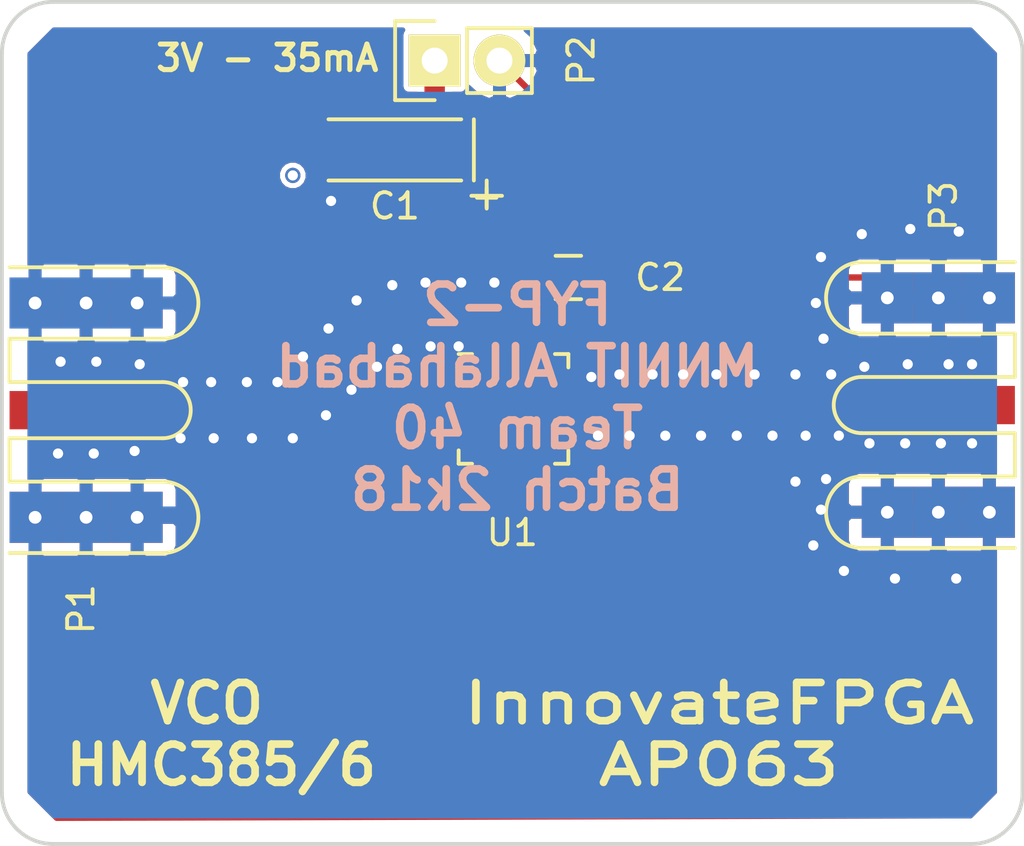
<source format=kicad_pcb>
(kicad_pcb (version 4) (host pcbnew 4.0.2+dfsg1-stable)

  (general
    (links 20)
    (no_connects 0)
    (area 128.924999 89.924999 169.075001 123.075001)
    (thickness 1.6)
    (drawings 12)
    (tracks 132)
    (zones 0)
    (modules 6)
    (nets 25)
  )

  (page A4)
  (layers
    (0 F.Cu signal)
    (31 B.Cu signal)
    (32 B.Adhes user)
    (33 F.Adhes user)
    (34 B.Paste user)
    (35 F.Paste user)
    (36 B.SilkS user)
    (37 F.SilkS user)
    (38 B.Mask user)
    (39 F.Mask user)
    (40 Dwgs.User user)
    (41 Cmts.User user)
    (42 Eco1.User user)
    (43 Eco2.User user)
    (44 Edge.Cuts user)
    (45 Margin user)
    (46 B.CrtYd user)
    (47 F.CrtYd user)
    (48 B.Fab user)
    (49 F.Fab user)
  )

  (setup
    (last_trace_width 0.25)
    (user_trace_width 0.5)
    (user_trace_width 1)
    (trace_clearance 0.2)
    (zone_clearance 0.508)
    (zone_45_only no)
    (trace_min 0.2)
    (segment_width 0.2)
    (edge_width 0.15)
    (via_size 0.6)
    (via_drill 0.4)
    (via_min_size 0.4)
    (via_min_drill 0.3)
    (user_via 0.4 0.3)
    (user_via 0.4 0.3)
    (uvia_size 0.3)
    (uvia_drill 0.1)
    (uvias_allowed no)
    (uvia_min_size 0.2)
    (uvia_min_drill 0.1)
    (pcb_text_width 0.3)
    (pcb_text_size 1.5 1.5)
    (mod_edge_width 0.15)
    (mod_text_size 1 1)
    (mod_text_width 0.15)
    (pad_size 1.524 1.524)
    (pad_drill 0.762)
    (pad_to_mask_clearance 0.2)
    (aux_axis_origin 0 0)
    (visible_elements FFFFFF7F)
    (pcbplotparams
      (layerselection 0x00030_80000001)
      (usegerberextensions false)
      (excludeedgelayer true)
      (linewidth 0.100000)
      (plotframeref false)
      (viasonmask false)
      (mode 1)
      (useauxorigin false)
      (hpglpennumber 1)
      (hpglpenspeed 20)
      (hpglpendiameter 15)
      (hpglpenoverlay 2)
      (psnegative false)
      (psa4output false)
      (plotreference true)
      (plotvalue true)
      (plotinvisibletext false)
      (padsonsilk false)
      (subtractmaskfromsilk false)
      (outputformat 1)
      (mirror false)
      (drillshape 1)
      (scaleselection 1)
      (outputdirectory ""))
  )

  (net 0 "")
  (net 1 GND)
  (net 2 "Net-(C1-Pad1)")
  (net 3 "Net-(P1-Pad1)")
  (net 4 "Net-(P3-Pad1)")
  (net 5 "Net-(U1-Pad1)")
  (net 6 "Net-(U1-Pad2)")
  (net 7 "Net-(U1-Pad3)")
  (net 8 "Net-(U1-Pad4)")
  (net 9 "Net-(U1-Pad5)")
  (net 10 "Net-(U1-Pad6)")
  (net 11 "Net-(U1-Pad7)")
  (net 12 "Net-(U1-Pad8)")
  (net 13 "Net-(U1-Pad9)")
  (net 14 "Net-(U1-Pad10)")
  (net 15 "Net-(U1-Pad11)")
  (net 16 "Net-(U1-Pad12)")
  (net 17 "Net-(U1-Pad13)")
  (net 18 "Net-(U1-Pad14)")
  (net 19 "Net-(U1-Pad17)")
  (net 20 "Net-(U1-Pad18)")
  (net 21 "Net-(U1-Pad19)")
  (net 22 "Net-(U1-Pad21)")
  (net 23 "Net-(U1-Pad23)")
  (net 24 "Net-(U1-Pad24)")

  (net_class Default "This is the default net class."
    (clearance 0.2)
    (trace_width 0.25)
    (via_dia 0.6)
    (via_drill 0.4)
    (uvia_dia 0.3)
    (uvia_drill 0.1)
    (add_net GND)
    (add_net "Net-(C1-Pad1)")
    (add_net "Net-(P1-Pad1)")
    (add_net "Net-(P3-Pad1)")
    (add_net "Net-(U1-Pad1)")
    (add_net "Net-(U1-Pad10)")
    (add_net "Net-(U1-Pad11)")
    (add_net "Net-(U1-Pad12)")
    (add_net "Net-(U1-Pad13)")
    (add_net "Net-(U1-Pad14)")
    (add_net "Net-(U1-Pad17)")
    (add_net "Net-(U1-Pad18)")
    (add_net "Net-(U1-Pad19)")
    (add_net "Net-(U1-Pad2)")
    (add_net "Net-(U1-Pad21)")
    (add_net "Net-(U1-Pad23)")
    (add_net "Net-(U1-Pad24)")
    (add_net "Net-(U1-Pad3)")
    (add_net "Net-(U1-Pad4)")
    (add_net "Net-(U1-Pad5)")
    (add_net "Net-(U1-Pad6)")
    (add_net "Net-(U1-Pad7)")
    (add_net "Net-(U1-Pad8)")
    (add_net "Net-(U1-Pad9)")
  )

  (net_class CPWG ""
    (clearance 0.2)
    (trace_width 0.8)
    (via_dia 0.6)
    (via_drill 0.4)
    (uvia_dia 0.3)
    (uvia_drill 0.1)
  )

  (module DAQ:SMA (layer F.Cu) (tedit 5ABB7DF9) (tstamp 5ABF0D17)
    (at 131.3 106 90)
    (path /5ABF0E58)
    (fp_text reference P1 (at -7.8 0.8 90) (layer F.SilkS)
      (effects (font (size 1 1) (thickness 0.15)))
    )
    (fp_text value SMA (at 7.3 1.2 90) (layer F.Fab)
      (effects (font (size 1 1) (thickness 0.15)))
    )
    (fp_arc (start 4.2 4) (end 5.6 4) (angle 180) (layer F.SilkS) (width 0.15))
    (fp_line (start 2.8 -2) (end 2.8 4) (layer F.SilkS) (width 0.15))
    (fp_line (start 1.1 -2) (end 2.8 -2) (layer F.SilkS) (width 0.15))
    (fp_line (start 1.1 4) (end 1.1 -2) (layer F.SilkS) (width 0.15))
    (fp_arc (start 0 4) (end 1.1 4) (angle 180) (layer F.SilkS) (width 0.15))
    (fp_line (start -1.1 -2) (end -1.1 4) (layer F.SilkS) (width 0.15))
    (fp_line (start -2.8 -2) (end -1.1 -2) (layer F.SilkS) (width 0.15))
    (fp_line (start -2.8 4) (end -2.8 -2) (layer F.SilkS) (width 0.15))
    (fp_arc (start -4.2 4) (end -2.8 4) (angle 180) (layer F.SilkS) (width 0.15))
    (fp_line (start 5.6 -2) (end 5.6 4) (layer F.SilkS) (width 0.15))
    (fp_line (start -5.6 -2) (end -5.6 4) (layer F.SilkS) (width 0.15))
    (pad 2 thru_hole rect (at -4.2 -1 90) (size 2 2) (drill 0.5) (layers *.Cu *.Paste *.Mask)
      (net 1 GND))
    (pad 2 thru_hole rect (at -4.2 1 90) (size 2 2) (drill 0.5) (layers *.Cu *.Paste *.Mask)
      (net 1 GND))
    (pad 2 thru_hole rect (at -4.2 3 90) (size 2 2) (drill 0.5) (layers *.Cu *.Paste *.Mask)
      (net 1 GND))
    (pad 2 thru_hole rect (at 4.2 -1 90) (size 2 2) (drill 0.5) (layers *.Cu *.Paste *.Mask)
      (net 1 GND))
    (pad 2 thru_hole rect (at 4.2 1 90) (size 2 2) (drill 0.5) (layers *.Cu *.Paste *.Mask)
      (net 1 GND))
    (pad 2 thru_hole rect (at 4.2 3 90) (size 2 2) (drill 0.5) (layers *.Cu *.Paste *.Mask)
      (net 1 GND))
    (pad 1 smd rect (at 0 1 90) (size 1.5 6) (layers F.Cu F.Paste F.Mask)
      (net 3 "Net-(P1-Pad1)"))
    (model "../../../../../media/subha/Study Materials/Git/Microwave_Sensor_FYP2/KiCAD_PCB_Design/DAQ/SMA_Board_Edge_Molex_732511150.wrl"
      (at (xyz 0 0.075 0))
      (scale (xyz 0.4 0.4 0.4))
      (rotate (xyz 0 0 180))
    )
  )

  (module Capacitors_Tantalum_SMD:TantalC_SizeA_EIA-3216_Wave (layer F.Cu) (tedit 0) (tstamp 5ABF0D06)
    (at 144.4 95.8 180)
    (descr "Tantal Cap. , Size A, EIA-3216, Wave,")
    (tags "Tantal Cap. , Size A, EIA-3216, Wave,")
    (path /5ABF0CF4)
    (attr smd)
    (fp_text reference C1 (at 0 -2.2 180) (layer F.SilkS)
      (effects (font (size 1 1) (thickness 0.15)))
    )
    (fp_text value 4.7u (at 4.9 0.1 180) (layer F.Fab)
      (effects (font (size 1 1) (thickness 0.15)))
    )
    (fp_text user + (at -3.59918 -1.80086 180) (layer F.SilkS)
      (effects (font (size 1 1) (thickness 0.15)))
    )
    (fp_line (start -2.60096 1.19888) (end 2.60096 1.19888) (layer F.SilkS) (width 0.15))
    (fp_line (start 2.60096 -1.19888) (end -2.60096 -1.19888) (layer F.SilkS) (width 0.15))
    (fp_line (start -3.59918 -2.2987) (end -3.59918 -1.19888) (layer F.SilkS) (width 0.15))
    (fp_line (start -4.19862 -1.79832) (end -2.99974 -1.79832) (layer F.SilkS) (width 0.15))
    (fp_line (start -3.09626 -1.19888) (end -3.09626 1.19888) (layer F.SilkS) (width 0.15))
    (pad 2 smd rect (at 1.50114 0 180) (size 2.14884 1.50114) (layers F.Cu F.Paste F.Mask)
      (net 1 GND))
    (pad 1 smd rect (at -1.50114 0 180) (size 2.14884 1.50114) (layers F.Cu F.Paste F.Mask)
      (net 2 "Net-(C1-Pad1)"))
    (model Capacitors_Tantalum_SMD.3dshapes/TantalC_SizeA_EIA-3216_Wave.wrl
      (at (xyz 0 0 0))
      (scale (xyz 1 1 1))
      (rotate (xyz 0 0 180))
    )
  )

  (module Capacitors_SMD:C_0805_HandSoldering (layer F.Cu) (tedit 541A9B8D) (tstamp 5ABF0D0C)
    (at 151.2 100.8 180)
    (descr "Capacitor SMD 0805, hand soldering")
    (tags "capacitor 0805")
    (path /5ABF0D8C)
    (attr smd)
    (fp_text reference C2 (at -3.6 0 180) (layer F.SilkS)
      (effects (font (size 1 1) (thickness 0.15)))
    )
    (fp_text value 0.01u (at 0 2.1 180) (layer F.Fab)
      (effects (font (size 1 1) (thickness 0.15)))
    )
    (fp_line (start -2.3 -1) (end 2.3 -1) (layer F.CrtYd) (width 0.05))
    (fp_line (start -2.3 1) (end 2.3 1) (layer F.CrtYd) (width 0.05))
    (fp_line (start -2.3 -1) (end -2.3 1) (layer F.CrtYd) (width 0.05))
    (fp_line (start 2.3 -1) (end 2.3 1) (layer F.CrtYd) (width 0.05))
    (fp_line (start 0.5 -0.85) (end -0.5 -0.85) (layer F.SilkS) (width 0.15))
    (fp_line (start -0.5 0.85) (end 0.5 0.85) (layer F.SilkS) (width 0.15))
    (pad 1 smd rect (at -1.25 0 180) (size 1.5 1.25) (layers F.Cu F.Paste F.Mask)
      (net 1 GND))
    (pad 2 smd rect (at 1.25 0 180) (size 1.5 1.25) (layers F.Cu F.Paste F.Mask)
      (net 2 "Net-(C1-Pad1)"))
    (model Capacitors_SMD.3dshapes/C_0805_HandSoldering.wrl
      (at (xyz 0 0 0))
      (scale (xyz 1 1 1))
      (rotate (xyz 0 0 0))
    )
  )

  (module Pin_Headers:Pin_Header_Straight_1x02 (layer F.Cu) (tedit 54EA090C) (tstamp 5ABF0D1D)
    (at 145.96 92.3 90)
    (descr "Through hole pin header")
    (tags "pin header")
    (path /5ABF0C71)
    (fp_text reference P2 (at 0 5.74 90) (layer F.SilkS)
      (effects (font (size 1 1) (thickness 0.15)))
    )
    (fp_text value CONN_01X02 (at -0.1 9.64 180) (layer F.Fab)
      (effects (font (size 1 1) (thickness 0.15)))
    )
    (fp_line (start 1.27 1.27) (end 1.27 3.81) (layer F.SilkS) (width 0.15))
    (fp_line (start 1.55 -1.55) (end 1.55 0) (layer F.SilkS) (width 0.15))
    (fp_line (start -1.75 -1.75) (end -1.75 4.3) (layer F.CrtYd) (width 0.05))
    (fp_line (start 1.75 -1.75) (end 1.75 4.3) (layer F.CrtYd) (width 0.05))
    (fp_line (start -1.75 -1.75) (end 1.75 -1.75) (layer F.CrtYd) (width 0.05))
    (fp_line (start -1.75 4.3) (end 1.75 4.3) (layer F.CrtYd) (width 0.05))
    (fp_line (start 1.27 1.27) (end -1.27 1.27) (layer F.SilkS) (width 0.15))
    (fp_line (start -1.55 0) (end -1.55 -1.55) (layer F.SilkS) (width 0.15))
    (fp_line (start -1.55 -1.55) (end 1.55 -1.55) (layer F.SilkS) (width 0.15))
    (fp_line (start -1.27 1.27) (end -1.27 3.81) (layer F.SilkS) (width 0.15))
    (fp_line (start -1.27 3.81) (end 1.27 3.81) (layer F.SilkS) (width 0.15))
    (pad 1 thru_hole rect (at 0 0 90) (size 2.032 2.032) (drill 1.016) (layers *.Cu *.Mask F.SilkS)
      (net 2 "Net-(C1-Pad1)"))
    (pad 2 thru_hole oval (at 0 2.54 90) (size 2.032 2.032) (drill 1.016) (layers *.Cu *.Mask F.SilkS)
      (net 1 GND))
    (model Pin_Headers.3dshapes/Pin_Header_Straight_1x02.wrl
      (at (xyz 0 -0.05 0))
      (scale (xyz 1 1 1))
      (rotate (xyz 0 0 90))
    )
  )

  (module DAQ:SMA (layer F.Cu) (tedit 5ABB7DF9) (tstamp 5ABF0D28)
    (at 166.7 105.8 270)
    (path /5ABF0B67)
    (fp_text reference P3 (at -7.8 0.8 270) (layer F.SilkS)
      (effects (font (size 1 1) (thickness 0.15)))
    )
    (fp_text value SMA (at 7.3 1.2 270) (layer F.Fab)
      (effects (font (size 1 1) (thickness 0.15)))
    )
    (fp_arc (start 4.2 4) (end 5.6 4) (angle 180) (layer F.SilkS) (width 0.15))
    (fp_line (start 2.8 -2) (end 2.8 4) (layer F.SilkS) (width 0.15))
    (fp_line (start 1.1 -2) (end 2.8 -2) (layer F.SilkS) (width 0.15))
    (fp_line (start 1.1 4) (end 1.1 -2) (layer F.SilkS) (width 0.15))
    (fp_arc (start 0 4) (end 1.1 4) (angle 180) (layer F.SilkS) (width 0.15))
    (fp_line (start -1.1 -2) (end -1.1 4) (layer F.SilkS) (width 0.15))
    (fp_line (start -2.8 -2) (end -1.1 -2) (layer F.SilkS) (width 0.15))
    (fp_line (start -2.8 4) (end -2.8 -2) (layer F.SilkS) (width 0.15))
    (fp_arc (start -4.2 4) (end -2.8 4) (angle 180) (layer F.SilkS) (width 0.15))
    (fp_line (start 5.6 -2) (end 5.6 4) (layer F.SilkS) (width 0.15))
    (fp_line (start -5.6 -2) (end -5.6 4) (layer F.SilkS) (width 0.15))
    (pad 2 thru_hole rect (at -4.2 -1 270) (size 2 2) (drill 0.5) (layers *.Cu *.Paste *.Mask)
      (net 1 GND))
    (pad 2 thru_hole rect (at -4.2 1 270) (size 2 2) (drill 0.5) (layers *.Cu *.Paste *.Mask)
      (net 1 GND))
    (pad 2 thru_hole rect (at -4.2 3 270) (size 2 2) (drill 0.5) (layers *.Cu *.Paste *.Mask)
      (net 1 GND))
    (pad 2 thru_hole rect (at 4.2 -1 270) (size 2 2) (drill 0.5) (layers *.Cu *.Paste *.Mask)
      (net 1 GND))
    (pad 2 thru_hole rect (at 4.2 1 270) (size 2 2) (drill 0.5) (layers *.Cu *.Paste *.Mask)
      (net 1 GND))
    (pad 2 thru_hole rect (at 4.2 3 270) (size 2 2) (drill 0.5) (layers *.Cu *.Paste *.Mask)
      (net 1 GND))
    (pad 1 smd rect (at 0 1 270) (size 1.5 6) (layers F.Cu F.Paste F.Mask)
      (net 4 "Net-(P3-Pad1)"))
    (model "../../../../../media/subha/Study Materials/Git/Microwave_Sensor_FYP2/KiCAD_PCB_Design/DAQ/SMA_Board_Edge_Molex_732511150.wrl"
      (at (xyz 0 0.075 0))
      (scale (xyz 0.4 0.4 0.4))
      (rotate (xyz 0 0 180))
    )
  )

  (module Housings_DFN_QFN:QFN-24-1EP_4x4mm_Pitch0.5mm (layer F.Cu) (tedit 54130A77) (tstamp 5ABF0D48)
    (at 149.05 105.95)
    (descr "24-Lead Plastic Quad Flat, No Lead Package (MJ) - 4x4x0.9 mm Body [QFN]; (see Microchip Packaging Specification 00000049BS.pdf)")
    (tags "QFN 0.5")
    (path /5ABF0AEC)
    (attr smd)
    (fp_text reference U1 (at -0.05 4.85) (layer F.SilkS)
      (effects (font (size 1 1) (thickness 0.15)))
    )
    (fp_text value HMC38X (at 0 3.375) (layer F.Fab)
      (effects (font (size 1 1) (thickness 0.15)))
    )
    (fp_line (start -2.65 -2.65) (end -2.65 2.65) (layer F.CrtYd) (width 0.05))
    (fp_line (start 2.65 -2.65) (end 2.65 2.65) (layer F.CrtYd) (width 0.05))
    (fp_line (start -2.65 -2.65) (end 2.65 -2.65) (layer F.CrtYd) (width 0.05))
    (fp_line (start -2.65 2.65) (end 2.65 2.65) (layer F.CrtYd) (width 0.05))
    (fp_line (start 2.15 -2.15) (end 2.15 -1.625) (layer F.SilkS) (width 0.15))
    (fp_line (start -2.15 2.15) (end -2.15 1.625) (layer F.SilkS) (width 0.15))
    (fp_line (start 2.15 2.15) (end 2.15 1.625) (layer F.SilkS) (width 0.15))
    (fp_line (start -2.15 -2.15) (end -1.625 -2.15) (layer F.SilkS) (width 0.15))
    (fp_line (start -2.15 2.15) (end -1.625 2.15) (layer F.SilkS) (width 0.15))
    (fp_line (start 2.15 2.15) (end 1.625 2.15) (layer F.SilkS) (width 0.15))
    (fp_line (start 2.15 -2.15) (end 1.625 -2.15) (layer F.SilkS) (width 0.15))
    (pad 1 smd rect (at -1.95 -1.25) (size 0.85 0.3) (layers F.Cu F.Paste F.Mask)
      (net 5 "Net-(U1-Pad1)"))
    (pad 2 smd rect (at -1.95 -0.75) (size 0.85 0.3) (layers F.Cu F.Paste F.Mask)
      (net 6 "Net-(U1-Pad2)"))
    (pad 3 smd rect (at -1.95 -0.25) (size 0.85 0.3) (layers F.Cu F.Paste F.Mask)
      (net 7 "Net-(U1-Pad3)"))
    (pad 4 smd rect (at -1.95 0.25) (size 0.85 0.3) (layers F.Cu F.Paste F.Mask)
      (net 8 "Net-(U1-Pad4)"))
    (pad 5 smd rect (at -1.95 0.75) (size 0.85 0.3) (layers F.Cu F.Paste F.Mask)
      (net 9 "Net-(U1-Pad5)"))
    (pad 6 smd rect (at -1.95 1.25) (size 0.85 0.3) (layers F.Cu F.Paste F.Mask)
      (net 10 "Net-(U1-Pad6)"))
    (pad 7 smd rect (at -1.25 1.95 90) (size 0.85 0.3) (layers F.Cu F.Paste F.Mask)
      (net 11 "Net-(U1-Pad7)"))
    (pad 8 smd rect (at -0.75 1.95 90) (size 0.85 0.3) (layers F.Cu F.Paste F.Mask)
      (net 12 "Net-(U1-Pad8)"))
    (pad 9 smd rect (at -0.25 1.95 90) (size 0.85 0.3) (layers F.Cu F.Paste F.Mask)
      (net 13 "Net-(U1-Pad9)"))
    (pad 10 smd rect (at 0.25 1.95 90) (size 0.85 0.3) (layers F.Cu F.Paste F.Mask)
      (net 14 "Net-(U1-Pad10)"))
    (pad 11 smd rect (at 0.75 1.95 90) (size 0.85 0.3) (layers F.Cu F.Paste F.Mask)
      (net 15 "Net-(U1-Pad11)"))
    (pad 12 smd rect (at 1.25 1.95 90) (size 0.85 0.3) (layers F.Cu F.Paste F.Mask)
      (net 16 "Net-(U1-Pad12)"))
    (pad 13 smd rect (at 1.95 1.25) (size 0.85 0.3) (layers F.Cu F.Paste F.Mask)
      (net 17 "Net-(U1-Pad13)"))
    (pad 14 smd rect (at 1.95 0.75) (size 0.85 0.3) (layers F.Cu F.Paste F.Mask)
      (net 18 "Net-(U1-Pad14)"))
    (pad 15 smd rect (at 1.95 0.25) (size 0.85 0.3) (layers F.Cu F.Paste F.Mask)
      (net 1 GND))
    (pad 16 smd rect (at 1.95 -0.25) (size 0.85 0.3) (layers F.Cu F.Paste F.Mask)
      (net 4 "Net-(P3-Pad1)"))
    (pad 17 smd rect (at 1.95 -0.75) (size 0.85 0.3) (layers F.Cu F.Paste F.Mask)
      (net 19 "Net-(U1-Pad17)"))
    (pad 18 smd rect (at 1.95 -1.25) (size 0.85 0.3) (layers F.Cu F.Paste F.Mask)
      (net 20 "Net-(U1-Pad18)"))
    (pad 19 smd rect (at 1.25 -1.95 90) (size 0.85 0.3) (layers F.Cu F.Paste F.Mask)
      (net 21 "Net-(U1-Pad19)"))
    (pad 20 smd rect (at 0.75 -1.95 90) (size 0.85 0.3) (layers F.Cu F.Paste F.Mask)
      (net 2 "Net-(C1-Pad1)"))
    (pad 21 smd rect (at 0.25 -1.95 90) (size 0.85 0.3) (layers F.Cu F.Paste F.Mask)
      (net 22 "Net-(U1-Pad21)"))
    (pad 22 smd rect (at -0.25 -1.95 90) (size 0.85 0.3) (layers F.Cu F.Paste F.Mask)
      (net 3 "Net-(P1-Pad1)"))
    (pad 23 smd rect (at -0.75 -1.95 90) (size 0.85 0.3) (layers F.Cu F.Paste F.Mask)
      (net 23 "Net-(U1-Pad23)"))
    (pad 24 smd rect (at -1.25 -1.95 90) (size 0.85 0.3) (layers F.Cu F.Paste F.Mask)
      (net 24 "Net-(U1-Pad24)"))
    (pad 25 smd rect (at 0.65 0.65) (size 1.3 1.3) (layers F.Cu F.Paste F.Mask)
      (solder_paste_margin_ratio -0.2))
    (pad 25 smd rect (at 0.65 -0.65) (size 1.3 1.3) (layers F.Cu F.Paste F.Mask)
      (solder_paste_margin_ratio -0.2))
    (pad 25 smd rect (at -0.65 0.65) (size 1.3 1.3) (layers F.Cu F.Paste F.Mask)
      (solder_paste_margin_ratio -0.2))
    (pad 25 smd rect (at -0.65 -0.65) (size 1.3 1.3) (layers F.Cu F.Paste F.Mask)
      (solder_paste_margin_ratio -0.2))
    (model Housings_DFN_QFN.3dshapes/QFN-24-1EP_4x4mm_Pitch0.5mm.wrl
      (at (xyz 0 0 0))
      (scale (xyz 1 1 1))
      (rotate (xyz 0 0 0))
    )
  )

  (gr_text "FYP-2\nMNNIT Allahabad\nTeam 40\nBatch 2k18" (at 149.2 105.5) (layer B.SilkS)
    (effects (font (size 1.5 1.5) (thickness 0.3)) (justify mirror))
  )
  (gr_text "3V - 35mA\n" (at 139.4 92.2) (layer F.SilkS)
    (effects (font (size 1 1) (thickness 0.2)))
  )
  (gr_text "InnovateFPGA\nAP063" (at 157.1 118.7) (layer F.SilkS)
    (effects (font (size 1.5 2) (thickness 0.3)))
  )
  (gr_text "VCO \nHMC385/6" (at 137.6 118.7) (layer F.SilkS)
    (effects (font (size 1.5 1.5) (thickness 0.3)))
  )
  (gr_arc (start 167 121) (end 169 121) (angle 90) (layer Edge.Cuts) (width 0.15))
  (gr_arc (start 131 121) (end 131 123) (angle 90) (layer Edge.Cuts) (width 0.15))
  (gr_arc (start 131 92) (end 129 92) (angle 90) (layer Edge.Cuts) (width 0.15))
  (gr_arc (start 167 92) (end 167 90) (angle 90) (layer Edge.Cuts) (width 0.15))
  (gr_line (start 131 90) (end 167 90) (layer Edge.Cuts) (width 0.15))
  (gr_line (start 169 121) (end 169 92) (layer Edge.Cuts) (width 0.15))
  (gr_line (start 131 123) (end 167 123) (layer Edge.Cuts) (width 0.15))
  (gr_line (start 129 92) (end 129 121) (layer Edge.Cuts) (width 0.15))

  (via (at 166.4 112.6) (size 0.6) (drill 0.4) (layers F.Cu B.Cu) (net 0))
  (segment (start 164.1 112.6) (end 164 112.6) (width 0.25) (layer B.Cu) (net 0))
  (via (at 164 112.6) (size 0.6) (drill 0.4) (layers F.Cu B.Cu) (net 0))
  (via (at 162 112.3) (size 0.6) (drill 0.4) (layers F.Cu B.Cu) (net 0))
  (via (at 160.8 111.3) (size 0.6) (drill 0.4) (layers F.Cu B.Cu) (net 0))
  (via (at 166.5 99) (size 0.6) (drill 0.4) (layers F.Cu B.Cu) (net 0))
  (via (at 164.6 98.9) (size 0.6) (drill 0.4) (layers F.Cu B.Cu) (net 0))
  (segment (start 162.6 99.2) (end 162.7 99.1) (width 0.25) (layer F.Cu) (net 0))
  (via (at 162.7 99.1) (size 0.6) (drill 0.4) (layers F.Cu B.Cu) (net 0))
  (via (at 161.1 100) (size 0.6) (drill 0.4) (layers F.Cu B.Cu) (net 0))
  (via (at 134.4 104.2) (size 0.6) (drill 0.4) (layers F.Cu B.Cu) (net 0))
  (via (at 132.7 104.1) (size 0.6) (drill 0.4) (layers F.Cu B.Cu) (net 0))
  (via (at 131.3 104.1) (size 0.6) (drill 0.4) (layers F.Cu B.Cu) (net 0))
  (via (at 131.2 107.7) (size 0.6) (drill 0.4) (layers F.Cu B.Cu) (net 0))
  (segment (start 132.7 107.7) (end 132.6 107.7) (width 0.25) (layer F.Cu) (net 0))
  (via (at 132.6 107.7) (size 0.6) (drill 0.4) (layers F.Cu B.Cu) (net 0))
  (via (at 134.2 107.6) (size 0.6) (drill 0.4) (layers F.Cu B.Cu) (net 0))
  (via (at 146.9 103.5) (size 0.6) (drill 0.4) (layers F.Cu B.Cu) (net 0))
  (via (at 148.3 101) (size 0.6) (drill 0.4) (layers F.Cu B.Cu) (net 0))
  (via (at 147 101) (size 0.6) (drill 0.4) (layers F.Cu B.Cu) (net 0))
  (via (at 145.6 101) (size 0.6) (drill 0.4) (layers F.Cu B.Cu) (net 0))
  (via (at 144.3 101.1) (size 0.6) (drill 0.4) (layers F.Cu B.Cu) (net 0))
  (segment (start 142.8 101.7) (end 142.9 101.7) (width 0.25) (layer F.Cu) (net 0))
  (via (at 142.9 101.7) (size 0.6) (drill 0.4) (layers F.Cu B.Cu) (net 0))
  (via (at 141.8 102.8) (size 0.6) (drill 0.4) (layers F.Cu B.Cu) (net 0))
  (segment (start 140.8 103.8) (end 140.8 103.9) (width 0.25) (layer F.Cu) (net 0))
  (via (at 140.8 103.9) (size 0.6) (drill 0.4) (layers F.Cu B.Cu) (net 0))
  (via (at 139.8 104.9) (size 0.6) (drill 0.4) (layers F.Cu B.Cu) (net 0))
  (via (at 138.6 104.9) (size 0.6) (drill 0.4) (layers F.Cu B.Cu) (net 0))
  (via (at 137.2 104.9) (size 0.6) (drill 0.4) (layers F.Cu B.Cu) (net 0))
  (via (at 136.1 104.9) (size 0.6) (drill 0.4) (layers F.Cu B.Cu) (net 0))
  (via (at 145.8 103.5) (size 0.6) (drill 0.4) (layers F.Cu B.Cu) (net 0))
  (via (at 144.5 103.6) (size 0.6) (drill 0.4) (layers F.Cu B.Cu) (net 0))
  (via (at 143.7 104.3) (size 0.6) (drill 0.4) (layers F.Cu B.Cu) (net 0))
  (via (at 142.7 105.2) (size 0.6) (drill 0.4) (layers F.Cu B.Cu) (net 0))
  (via (at 141.7 106.2) (size 0.6) (drill 0.4) (layers F.Cu B.Cu) (net 0))
  (via (at 140.4 107.1) (size 0.6) (drill 0.4) (layers F.Cu B.Cu) (net 0))
  (via (at 138.8 107.1) (size 0.6) (drill 0.4) (layers F.Cu B.Cu) (net 0))
  (via (at 137.3 107.1) (size 0.6) (drill 0.4) (layers F.Cu B.Cu) (net 0))
  (via (at 136 107.1) (size 0.6) (drill 0.4) (layers F.Cu B.Cu) (net 0))
  (via (at 161.3 108.7) (size 0.6) (drill 0.4) (layers F.Cu B.Cu) (net 0))
  (via (at 160.1 108.8) (size 0.6) (drill 0.4) (layers F.Cu B.Cu) (net 0))
  (via (at 160.9 101.8) (size 0.6) (drill 0.4) (layers F.Cu B.Cu) (net 0))
  (via (at 161.2 103.2) (size 0.6) (drill 0.4) (layers F.Cu B.Cu) (net 0))
  (segment (start 167.2 104.2) (end 167.02099 104.2) (width 0.25) (layer F.Cu) (net 0))
  (via (at 167.02099 104.2) (size 0.6) (drill 0.4) (layers F.Cu B.Cu) (net 0))
  (via (at 166.1 104.2) (size 0.6) (drill 0.4) (layers F.Cu B.Cu) (net 0))
  (via (at 164.5 104.2) (size 0.6) (drill 0.4) (layers F.Cu B.Cu) (net 0))
  (via (at 162.8 104.3) (size 0.6) (drill 0.4) (layers F.Cu B.Cu) (net 0))
  (via (at 161.5 104.6) (size 0.6) (drill 0.4) (layers F.Cu B.Cu) (net 0))
  (via (at 160.1 104.6) (size 0.6) (drill 0.4) (layers F.Cu B.Cu) (net 0))
  (via (at 158.5 104.6) (size 0.6) (drill 0.4) (layers F.Cu B.Cu) (net 0))
  (segment (start 157.2 104.6) (end 157 104.6) (width 0.25) (layer F.Cu) (net 0))
  (via (at 157 104.6) (size 0.6) (drill 0.4) (layers F.Cu B.Cu) (net 0))
  (via (at 155.7 104.6) (size 0.6) (drill 0.4) (layers F.Cu B.Cu) (net 0))
  (via (at 154.5 104.6) (size 0.6) (drill 0.4) (layers F.Cu B.Cu) (net 0))
  (via (at 153.2 104.6) (size 0.6) (drill 0.4) (layers F.Cu B.Cu) (net 0))
  (via (at 152.1 104.7) (size 0.6) (drill 0.4) (layers F.Cu B.Cu) (net 0))
  (segment (start 167.2 107.3) (end 167.02099 107.3) (width 0.25) (layer F.Cu) (net 0))
  (via (at 167.02099 107.3) (size 0.6) (drill 0.4) (layers F.Cu B.Cu) (net 0))
  (via (at 165.8 107.3) (size 0.6) (drill 0.4) (layers F.Cu B.Cu) (net 0))
  (via (at 164.4 107.3) (size 0.6) (drill 0.4) (layers F.Cu B.Cu) (net 0))
  (segment (start 163.1 107.3) (end 163 107.3) (width 0.25) (layer F.Cu) (net 0))
  (via (at 163 107.3) (size 0.6) (drill 0.4) (layers F.Cu B.Cu) (net 0))
  (via (at 161.8 107) (size 0.6) (drill 0.4) (layers F.Cu B.Cu) (net 0))
  (via (at 160.5 107) (size 0.6) (drill 0.4) (layers F.Cu B.Cu) (net 0))
  (via (at 159.2 107) (size 0.6) (drill 0.4) (layers F.Cu B.Cu) (net 0))
  (via (at 157.8 107) (size 0.6) (drill 0.4) (layers F.Cu B.Cu) (net 0))
  (via (at 156.4 107) (size 0.6) (drill 0.4) (layers F.Cu B.Cu) (net 0))
  (via (at 155 107) (size 0.6) (drill 0.4) (layers F.Cu B.Cu) (net 0))
  (segment (start 153.5 107) (end 153.6 107) (width 0.25) (layer F.Cu) (net 0))
  (via (at 153.6 107) (size 0.6) (drill 0.4) (layers F.Cu B.Cu) (net 0))
  (via (at 140.4 96.8) (size 0.6) (drill 0.4) (layers F.Cu B.Cu) (net 0))
  (segment (start 161.1 109.9) (end 134.6 109.9) (width 0.25) (layer B.Cu) (net 1))
  (segment (start 134.6 109.9) (end 134.3 110.2) (width 0.25) (layer B.Cu) (net 1))
  (segment (start 161.1 110) (end 162.45 110) (width 0.25) (layer F.Cu) (net 1))
  (segment (start 155.361244 110) (end 161.1 110) (width 0.25) (layer F.Cu) (net 1))
  (segment (start 161.1 110) (end 161.1 109.9) (width 0.25) (layer F.Cu) (net 1))
  (via (at 161.1 109.9) (size 0.6) (drill 0.4) (layers F.Cu B.Cu) (net 1))
  (segment (start 152.361244 107) (end 155.361244 110) (width 0.25) (layer F.Cu) (net 1))
  (segment (start 152.045142 106.683898) (end 152.361244 107) (width 0.25) (layer F.Cu) (net 1))
  (via (at 152.361244 107) (size 0.6) (drill 0.4) (layers F.Cu B.Cu) (net 1))
  (segment (start 152.02732 106.683898) (end 152.045142 106.683898) (width 0.25) (layer F.Cu) (net 1))
  (segment (start 162.45 110) (end 163.7 110) (width 0.25) (layer F.Cu) (net 1))
  (segment (start 151 106.2) (end 151.543422 106.2) (width 0.25) (layer F.Cu) (net 1))
  (segment (start 152.02732 106.683898) (end 152.02732 106.690373) (width 0.25) (layer F.Cu) (net 1))
  (segment (start 151.543422 106.2) (end 152.02732 106.683898) (width 0.25) (layer F.Cu) (net 1))
  (segment (start 141.89943 97.8) (end 137.89943 101.8) (width 0.25) (layer F.Cu) (net 1))
  (segment (start 142.89886 96.80057) (end 141.89943 97.8) (width 0.25) (layer F.Cu) (net 1))
  (via (at 141.89943 97.8) (size 0.6) (drill 0.4) (layers F.Cu B.Cu) (net 1))
  (segment (start 152.45 100.8) (end 162.9 100.8) (width 0.25) (layer F.Cu) (net 1))
  (segment (start 162.9 100.8) (end 163.7 101.6) (width 0.25) (layer F.Cu) (net 1))
  (segment (start 142.89886 95.8) (end 142.89886 96.80057) (width 0.25) (layer F.Cu) (net 1))
  (segment (start 137.89943 101.8) (end 135.55 101.8) (width 0.25) (layer F.Cu) (net 1))
  (segment (start 135.55 101.8) (end 134.3 101.8) (width 0.25) (layer F.Cu) (net 1))
  (segment (start 167.7 101.6) (end 167.7 110) (width 0.25) (layer B.Cu) (net 1))
  (segment (start 130.3 101.8) (end 130.3 103.05) (width 0.25) (layer B.Cu) (net 1))
  (segment (start 130.3 103.05) (end 130.3 110.2) (width 0.25) (layer B.Cu) (net 1))
  (segment (start 132.3 110.2) (end 134.3 110.2) (width 0.25) (layer F.Cu) (net 1))
  (segment (start 130.3 110.2) (end 132.3 110.2) (width 0.25) (layer F.Cu) (net 1))
  (segment (start 132.3 101.8) (end 134.3 101.8) (width 0.25) (layer F.Cu) (net 1))
  (segment (start 130.3 101.8) (end 132.3 101.8) (width 0.25) (layer F.Cu) (net 1))
  (segment (start 165.7 110) (end 167.7 110) (width 0.25) (layer F.Cu) (net 1))
  (segment (start 163.7 110) (end 165.7 110) (width 0.25) (layer F.Cu) (net 1))
  (segment (start 165.7 101.6) (end 167.7 101.6) (width 0.25) (layer F.Cu) (net 1))
  (segment (start 163.7 101.6) (end 165.7 101.6) (width 0.25) (layer F.Cu) (net 1))
  (segment (start 148.5 92.3) (end 152.45 96.25) (width 0.25) (layer F.Cu) (net 1))
  (segment (start 152.45 96.25) (end 152.45 100.8) (width 0.25) (layer F.Cu) (net 1))
  (segment (start 148.5 92.3) (end 148.5 91.591509) (width 0.25) (layer F.Cu) (net 1))
  (segment (start 142.89886 91.785037) (end 142.89886 94.79943) (width 0.25) (layer F.Cu) (net 1))
  (segment (start 142.89886 94.79943) (end 142.89886 95.8) (width 0.25) (layer F.Cu) (net 1))
  (segment (start 149.8 104) (end 149.8 100.95) (width 0.25) (layer F.Cu) (net 2))
  (segment (start 149.8 100.95) (end 149.95 100.8) (width 0.25) (layer F.Cu) (net 2))
  (segment (start 145.90114 95.8) (end 148.5 95.8) (width 0.8) (layer F.Cu) (net 2))
  (segment (start 149.95 97.25) (end 149.95 100.8) (width 0.8) (layer F.Cu) (net 2))
  (segment (start 148.5 95.8) (end 149.95 97.25) (width 0.8) (layer F.Cu) (net 2))
  (segment (start 145.96 92.3) (end 145.96 95.74114) (width 0.8) (layer F.Cu) (net 2))
  (segment (start 145.96 95.74114) (end 145.90114 95.8) (width 0.8) (layer F.Cu) (net 2))
  (segment (start 148.8 104) (end 148.8 102.8) (width 0.25) (layer F.Cu) (net 3))
  (segment (start 148.8 102.8) (end 148.8 102.974999) (width 0.8) (layer F.Cu) (net 3))
  (segment (start 148.3 102.3) (end 148.8 102.8) (width 0.8) (layer F.Cu) (net 3))
  (segment (start 144 102.3) (end 148.3 102.3) (width 0.8) (layer F.Cu) (net 3))
  (segment (start 140.3 106) (end 144 102.3) (width 0.8) (layer F.Cu) (net 3))
  (segment (start 132.3 106) (end 140.3 106) (width 0.8) (layer F.Cu) (net 3))
  (segment (start 151 105.7) (end 151.856608 105.7) (width 0.25) (layer F.Cu) (net 4))
  (segment (start 151.856608 105.7) (end 152.0029 105.846292) (width 0.25) (layer F.Cu) (net 4))
  (segment (start 152.44174 105.8) (end 152.07319 105.8) (width 0.5) (layer F.Cu) (net 4))
  (segment (start 152.07319 105.8) (end 152.014899 105.858291) (width 0.5) (layer F.Cu) (net 4))
  (segment (start 152.014899 105.858291) (end 152.0029 105.846292) (width 0.5) (layer F.Cu) (net 4))
  (segment (start 152.0029 105.846292) (end 152.0029 105.654514) (width 0.5) (layer F.Cu) (net 4))
  (segment (start 152.34174 105.7) (end 152.44174 105.8) (width 0.25) (layer F.Cu) (net 4))
  (segment (start 165.7 105.8) (end 152.44174 105.8) (width 1) (layer F.Cu) (net 4))

  (zone (net 1) (net_name GND) (layer B.Cu) (tstamp 0) (hatch edge 0.508)
    (connect_pads (clearance 0.2))
    (min_thickness 0.2)
    (fill yes (arc_segments 16) (thermal_gap 0.508) (thermal_bridge_width 0.508))
    (polygon
      (pts
        (xy 130 92) (xy 131 91) (xy 167 91) (xy 168 92) (xy 168 121)
        (xy 167 122) (xy 131 122) (xy 130 121)
      )
    )
    (filled_polygon
      (pts
        (xy 144.662222 91.164997) (xy 144.638123 91.284) (xy 144.638123 93.316) (xy 144.659042 93.427173) (xy 144.724745 93.529279)
        (xy 144.824997 93.597778) (xy 144.944 93.621877) (xy 146.976 93.621877) (xy 147.087173 93.600958) (xy 147.189279 93.535255)
        (xy 147.257778 93.435003) (xy 147.276483 93.342636) (xy 147.674321 93.698451) (xy 148.094991 93.872687) (xy 148.346 93.763922)
        (xy 148.346 92.454) (xy 148.654 92.454) (xy 148.654 93.763922) (xy 148.905009 93.872687) (xy 149.325679 93.698451)
        (xy 149.797992 93.276027) (xy 150.072698 92.705011) (xy 149.964693 92.454) (xy 148.654 92.454) (xy 148.346 92.454)
        (xy 148.326 92.454) (xy 148.326 92.146) (xy 148.346 92.146) (xy 148.346 92.126) (xy 148.654 92.126)
        (xy 148.654 92.146) (xy 149.964693 92.146) (xy 150.072698 91.894989) (xy 149.797992 91.323973) (xy 149.547567 91.1)
        (xy 166.958578 91.1) (xy 167.9 92.041422) (xy 167.9 100.098) (xy 167.854 100.144) (xy 167.854 101.446)
        (xy 167.874 101.446) (xy 167.874 101.754) (xy 167.854 101.754) (xy 167.854 103.056) (xy 167.9 103.102)
        (xy 167.9 108.498) (xy 167.854 108.544) (xy 167.854 109.846) (xy 167.874 109.846) (xy 167.874 110.154)
        (xy 167.854 110.154) (xy 167.854 111.456) (xy 167.9 111.502) (xy 167.9 120.958578) (xy 166.958578 121.9)
        (xy 131.041422 121.9) (xy 130.1 120.958578) (xy 130.1 111.702) (xy 130.146 111.656) (xy 130.146 110.354)
        (xy 130.454 110.354) (xy 130.454 111.656) (xy 130.606 111.808) (xy 131.994 111.808) (xy 132.146 111.656)
        (xy 132.146 110.354) (xy 132.454 110.354) (xy 132.454 111.656) (xy 132.606 111.808) (xy 133.994 111.808)
        (xy 134.146 111.656) (xy 134.146 110.354) (xy 134.454 110.354) (xy 134.454 111.656) (xy 134.606 111.808)
        (xy 135.420938 111.808) (xy 135.644404 111.715438) (xy 135.815437 111.544405) (xy 135.908 111.320939) (xy 135.908 110.506)
        (xy 135.756 110.354) (xy 134.454 110.354) (xy 134.146 110.354) (xy 132.454 110.354) (xy 132.146 110.354)
        (xy 130.454 110.354) (xy 130.146 110.354) (xy 130.126 110.354) (xy 130.126 110.306) (xy 162.092 110.306)
        (xy 162.092 111.120939) (xy 162.184563 111.344405) (xy 162.355596 111.515438) (xy 162.579062 111.608) (xy 163.394 111.608)
        (xy 163.546 111.456) (xy 163.546 110.154) (xy 163.854 110.154) (xy 163.854 111.456) (xy 164.006 111.608)
        (xy 165.394 111.608) (xy 165.546 111.456) (xy 165.546 110.154) (xy 165.854 110.154) (xy 165.854 111.456)
        (xy 166.006 111.608) (xy 167.394 111.608) (xy 167.546 111.456) (xy 167.546 110.154) (xy 165.854 110.154)
        (xy 165.546 110.154) (xy 163.854 110.154) (xy 163.546 110.154) (xy 162.244 110.154) (xy 162.092 110.306)
        (xy 130.126 110.306) (xy 130.126 110.046) (xy 130.146 110.046) (xy 130.146 108.744) (xy 130.454 108.744)
        (xy 130.454 110.046) (xy 132.146 110.046) (xy 132.146 108.744) (xy 132.454 108.744) (xy 132.454 110.046)
        (xy 134.146 110.046) (xy 134.146 108.744) (xy 134.454 108.744) (xy 134.454 110.046) (xy 135.756 110.046)
        (xy 135.908 109.894) (xy 135.908 109.079061) (xy 135.825157 108.879061) (xy 162.092 108.879061) (xy 162.092 109.694)
        (xy 162.244 109.846) (xy 163.546 109.846) (xy 163.546 108.544) (xy 163.854 108.544) (xy 163.854 109.846)
        (xy 165.546 109.846) (xy 165.546 108.544) (xy 165.854 108.544) (xy 165.854 109.846) (xy 167.546 109.846)
        (xy 167.546 108.544) (xy 167.394 108.392) (xy 166.006 108.392) (xy 165.854 108.544) (xy 165.546 108.544)
        (xy 165.394 108.392) (xy 164.006 108.392) (xy 163.854 108.544) (xy 163.546 108.544) (xy 163.394 108.392)
        (xy 162.579062 108.392) (xy 162.355596 108.484562) (xy 162.184563 108.655595) (xy 162.092 108.879061) (xy 135.825157 108.879061)
        (xy 135.815437 108.855595) (xy 135.644404 108.684562) (xy 135.420938 108.592) (xy 134.606 108.592) (xy 134.454 108.744)
        (xy 134.146 108.744) (xy 133.994 108.592) (xy 132.606 108.592) (xy 132.454 108.744) (xy 132.146 108.744)
        (xy 131.994 108.592) (xy 130.606 108.592) (xy 130.454 108.744) (xy 130.146 108.744) (xy 130.1 108.698)
        (xy 130.1 103.302) (xy 130.146 103.256) (xy 130.146 101.954) (xy 130.454 101.954) (xy 130.454 103.256)
        (xy 130.606 103.408) (xy 131.994 103.408) (xy 132.146 103.256) (xy 132.146 101.954) (xy 132.454 101.954)
        (xy 132.454 103.256) (xy 132.606 103.408) (xy 133.994 103.408) (xy 134.146 103.256) (xy 134.146 101.954)
        (xy 134.454 101.954) (xy 134.454 103.256) (xy 134.606 103.408) (xy 135.420938 103.408) (xy 135.644404 103.315438)
        (xy 135.815437 103.144405) (xy 135.908 102.920939) (xy 135.908 102.106) (xy 135.756 101.954) (xy 134.454 101.954)
        (xy 134.146 101.954) (xy 132.454 101.954) (xy 132.146 101.954) (xy 130.454 101.954) (xy 130.146 101.954)
        (xy 130.126 101.954) (xy 130.126 101.906) (xy 162.092 101.906) (xy 162.092 102.720939) (xy 162.184563 102.944405)
        (xy 162.355596 103.115438) (xy 162.579062 103.208) (xy 163.394 103.208) (xy 163.546 103.056) (xy 163.546 101.754)
        (xy 163.854 101.754) (xy 163.854 103.056) (xy 164.006 103.208) (xy 165.394 103.208) (xy 165.546 103.056)
        (xy 165.546 101.754) (xy 165.854 101.754) (xy 165.854 103.056) (xy 166.006 103.208) (xy 167.394 103.208)
        (xy 167.546 103.056) (xy 167.546 101.754) (xy 165.854 101.754) (xy 165.546 101.754) (xy 163.854 101.754)
        (xy 163.546 101.754) (xy 162.244 101.754) (xy 162.092 101.906) (xy 130.126 101.906) (xy 130.126 101.646)
        (xy 130.146 101.646) (xy 130.146 100.344) (xy 130.454 100.344) (xy 130.454 101.646) (xy 132.146 101.646)
        (xy 132.146 100.344) (xy 132.454 100.344) (xy 132.454 101.646) (xy 134.146 101.646) (xy 134.146 100.344)
        (xy 134.454 100.344) (xy 134.454 101.646) (xy 135.756 101.646) (xy 135.908 101.494) (xy 135.908 100.679061)
        (xy 135.825157 100.479061) (xy 162.092 100.479061) (xy 162.092 101.294) (xy 162.244 101.446) (xy 163.546 101.446)
        (xy 163.546 100.144) (xy 163.854 100.144) (xy 163.854 101.446) (xy 165.546 101.446) (xy 165.546 100.144)
        (xy 165.854 100.144) (xy 165.854 101.446) (xy 167.546 101.446) (xy 167.546 100.144) (xy 167.394 99.992)
        (xy 166.006 99.992) (xy 165.854 100.144) (xy 165.546 100.144) (xy 165.394 99.992) (xy 164.006 99.992)
        (xy 163.854 100.144) (xy 163.546 100.144) (xy 163.394 99.992) (xy 162.579062 99.992) (xy 162.355596 100.084562)
        (xy 162.184563 100.255595) (xy 162.092 100.479061) (xy 135.825157 100.479061) (xy 135.815437 100.455595) (xy 135.644404 100.284562)
        (xy 135.420938 100.192) (xy 134.606 100.192) (xy 134.454 100.344) (xy 134.146 100.344) (xy 133.994 100.192)
        (xy 132.606 100.192) (xy 132.454 100.344) (xy 132.146 100.344) (xy 131.994 100.192) (xy 130.606 100.192)
        (xy 130.454 100.344) (xy 130.146 100.344) (xy 130.1 100.298) (xy 130.1 96.918824) (xy 139.799896 96.918824)
        (xy 139.891048 97.139429) (xy 140.059683 97.308359) (xy 140.280129 97.399896) (xy 140.518824 97.400104) (xy 140.739429 97.308952)
        (xy 140.908359 97.140317) (xy 140.999896 96.919871) (xy 141.000104 96.681176) (xy 140.908952 96.460571) (xy 140.740317 96.291641)
        (xy 140.519871 96.200104) (xy 140.281176 96.199896) (xy 140.060571 96.291048) (xy 139.891641 96.459683) (xy 139.800104 96.680129)
        (xy 139.799896 96.918824) (xy 130.1 96.918824) (xy 130.1 92.041422) (xy 131.041422 91.1) (xy 144.706632 91.1)
      )
    )
  )
  (zone (net 1) (net_name GND) (layer F.Cu) (tstamp 5AC7C9AF) (hatch edge 0.508)
    (connect_pads (clearance 0.2))
    (min_thickness 0.2)
    (fill yes (arc_segments 16) (thermal_gap 0.508) (thermal_bridge_width 0.508))
    (polygon
      (pts
        (xy 130 121) (xy 131.1 122.1) (xy 167 122) (xy 168 121) (xy 168 92)
        (xy 167 91) (xy 131 91) (xy 130 92)
      )
    )
    (filled_polygon
      (pts
        (xy 148.128542 103.118492) (xy 148.153284 103.242877) (xy 148.170821 103.269123) (xy 148.15 103.269123) (xy 148.046329 103.28863)
        (xy 147.95 103.269123) (xy 147.65 103.269123) (xy 147.538827 103.290042) (xy 147.436721 103.355745) (xy 147.368222 103.455997)
        (xy 147.344123 103.575) (xy 147.344123 104.244123) (xy 146.675 104.244123) (xy 146.563827 104.265042) (xy 146.461721 104.330745)
        (xy 146.393222 104.430997) (xy 146.369123 104.55) (xy 146.369123 104.85) (xy 146.38863 104.953671) (xy 146.369123 105.05)
        (xy 146.369123 105.35) (xy 146.38863 105.453671) (xy 146.369123 105.55) (xy 146.369123 105.85) (xy 146.38863 105.953671)
        (xy 146.369123 106.05) (xy 146.369123 106.35) (xy 146.38863 106.453671) (xy 146.369123 106.55) (xy 146.369123 106.85)
        (xy 146.38863 106.953671) (xy 146.369123 107.05) (xy 146.369123 107.35) (xy 146.390042 107.461173) (xy 146.455745 107.563279)
        (xy 146.555997 107.631778) (xy 146.675 107.655877) (xy 147.344123 107.655877) (xy 147.344123 108.325) (xy 147.365042 108.436173)
        (xy 147.430745 108.538279) (xy 147.530997 108.606778) (xy 147.65 108.630877) (xy 147.95 108.630877) (xy 148.053671 108.61137)
        (xy 148.15 108.630877) (xy 148.45 108.630877) (xy 148.553671 108.61137) (xy 148.65 108.630877) (xy 148.95 108.630877)
        (xy 149.053671 108.61137) (xy 149.15 108.630877) (xy 149.45 108.630877) (xy 149.553671 108.61137) (xy 149.65 108.630877)
        (xy 149.95 108.630877) (xy 150.053671 108.61137) (xy 150.15 108.630877) (xy 150.45 108.630877) (xy 150.561173 108.609958)
        (xy 150.663279 108.544255) (xy 150.731778 108.444003) (xy 150.755877 108.325) (xy 150.755877 107.655877) (xy 151.425 107.655877)
        (xy 151.536173 107.634958) (xy 151.638279 107.569255) (xy 151.706778 107.469003) (xy 151.730877 107.35) (xy 151.730877 107.05)
        (xy 151.71137 106.946329) (xy 151.723937 106.884271) (xy 151.769405 106.865437) (xy 151.940438 106.694404) (xy 152.033 106.470938)
        (xy 152.033 106.470553) (xy 152.135593 106.539104) (xy 152.44174 106.6) (xy 162.403531 106.6) (xy 162.415042 106.661173)
        (xy 162.480745 106.763279) (xy 162.580997 106.831778) (xy 162.7 106.855877) (xy 167.9 106.855877) (xy 167.9 108.498)
        (xy 167.854 108.544) (xy 167.854 109.846) (xy 167.874 109.846) (xy 167.874 110.154) (xy 167.854 110.154)
        (xy 167.854 111.456) (xy 167.9 111.502) (xy 167.9 120.958578) (xy 166.958463 121.900115) (xy 131.141306 121.999884)
        (xy 130.1 120.958578) (xy 130.1 111.702) (xy 130.146 111.656) (xy 130.146 110.354) (xy 130.454 110.354)
        (xy 130.454 111.656) (xy 130.606 111.808) (xy 131.994 111.808) (xy 132.146 111.656) (xy 132.146 110.354)
        (xy 132.454 110.354) (xy 132.454 111.656) (xy 132.606 111.808) (xy 133.994 111.808) (xy 134.146 111.656)
        (xy 134.146 110.354) (xy 134.454 110.354) (xy 134.454 111.656) (xy 134.606 111.808) (xy 135.420938 111.808)
        (xy 135.644404 111.715438) (xy 135.815437 111.544405) (xy 135.908 111.320939) (xy 135.908 110.506) (xy 135.756 110.354)
        (xy 134.454 110.354) (xy 134.146 110.354) (xy 132.454 110.354) (xy 132.146 110.354) (xy 130.454 110.354)
        (xy 130.146 110.354) (xy 130.126 110.354) (xy 130.126 110.306) (xy 162.092 110.306) (xy 162.092 111.120939)
        (xy 162.184563 111.344405) (xy 162.355596 111.515438) (xy 162.579062 111.608) (xy 163.394 111.608) (xy 163.546 111.456)
        (xy 163.546 110.154) (xy 163.854 110.154) (xy 163.854 111.456) (xy 164.006 111.608) (xy 165.394 111.608)
        (xy 165.546 111.456) (xy 165.546 110.154) (xy 165.854 110.154) (xy 165.854 111.456) (xy 166.006 111.608)
        (xy 167.394 111.608) (xy 167.546 111.456) (xy 167.546 110.154) (xy 165.854 110.154) (xy 165.546 110.154)
        (xy 163.854 110.154) (xy 163.546 110.154) (xy 162.244 110.154) (xy 162.092 110.306) (xy 130.126 110.306)
        (xy 130.126 110.046) (xy 130.146 110.046) (xy 130.146 108.744) (xy 130.454 108.744) (xy 130.454 110.046)
        (xy 132.146 110.046) (xy 132.146 108.744) (xy 132.454 108.744) (xy 132.454 110.046) (xy 134.146 110.046)
        (xy 134.146 108.744) (xy 134.454 108.744) (xy 134.454 110.046) (xy 135.756 110.046) (xy 135.908 109.894)
        (xy 135.908 109.079061) (xy 135.825157 108.879061) (xy 162.092 108.879061) (xy 162.092 109.694) (xy 162.244 109.846)
        (xy 163.546 109.846) (xy 163.546 108.544) (xy 163.854 108.544) (xy 163.854 109.846) (xy 165.546 109.846)
        (xy 165.546 108.544) (xy 165.854 108.544) (xy 165.854 109.846) (xy 167.546 109.846) (xy 167.546 108.544)
        (xy 167.394 108.392) (xy 166.006 108.392) (xy 165.854 108.544) (xy 165.546 108.544) (xy 165.394 108.392)
        (xy 164.006 108.392) (xy 163.854 108.544) (xy 163.546 108.544) (xy 163.394 108.392) (xy 162.579062 108.392)
        (xy 162.355596 108.484562) (xy 162.184563 108.655595) (xy 162.092 108.879061) (xy 135.825157 108.879061) (xy 135.815437 108.855595)
        (xy 135.644404 108.684562) (xy 135.420938 108.592) (xy 134.606 108.592) (xy 134.454 108.744) (xy 134.146 108.744)
        (xy 133.994 108.592) (xy 132.606 108.592) (xy 132.454 108.744) (xy 132.146 108.744) (xy 131.994 108.592)
        (xy 130.606 108.592) (xy 130.454 108.744) (xy 130.146 108.744) (xy 130.1 108.698) (xy 130.1 107.055877)
        (xy 135.3 107.055877) (xy 135.411173 107.034958) (xy 135.513279 106.969255) (xy 135.581778 106.869003) (xy 135.605877 106.75)
        (xy 135.605877 106.7) (xy 140.3 106.7) (xy 140.567879 106.646716) (xy 140.794975 106.494975) (xy 144.28995 103)
        (xy 148.01005 103)
      )
    )
    (filled_polygon
      (pts
        (xy 151.174 106.244123) (xy 150.826 106.244123) (xy 150.826 106.155877) (xy 151.174 106.155877)
      )
    )
    (filled_polygon
      (pts
        (xy 144.662222 91.164997) (xy 144.638123 91.284) (xy 144.638123 93.316) (xy 144.659042 93.427173) (xy 144.724745 93.529279)
        (xy 144.824997 93.597778) (xy 144.944 93.621877) (xy 145.26 93.621877) (xy 145.26 94.743553) (xy 144.82672 94.743553)
        (xy 144.715547 94.764472) (xy 144.613441 94.830175) (xy 144.568064 94.896586) (xy 144.488718 94.705026) (xy 144.317685 94.533993)
        (xy 144.094219 94.44143) (xy 143.20486 94.44143) (xy 143.05286 94.59343) (xy 143.05286 95.646) (xy 143.07286 95.646)
        (xy 143.07286 95.954) (xy 143.05286 95.954) (xy 143.05286 97.00657) (xy 143.20486 97.15857) (xy 144.094219 97.15857)
        (xy 144.317685 97.066007) (xy 144.488718 96.894974) (xy 144.568265 96.70293) (xy 144.607465 96.763849) (xy 144.707717 96.832348)
        (xy 144.82672 96.856447) (xy 146.97556 96.856447) (xy 147.086733 96.835528) (xy 147.188839 96.769825) (xy 147.257338 96.669573)
        (xy 147.281437 96.55057) (xy 147.281437 96.5) (xy 148.21005 96.5) (xy 149.25 97.53995) (xy 149.25 99.869123)
        (xy 149.2 99.869123) (xy 149.088827 99.890042) (xy 148.986721 99.955745) (xy 148.918222 100.055997) (xy 148.894123 100.175)
        (xy 148.894123 101.425) (xy 148.915042 101.536173) (xy 148.980745 101.638279) (xy 149.080997 101.706778) (xy 149.2 101.730877)
        (xy 149.375 101.730877) (xy 149.375 102.424791) (xy 149.294975 102.305025) (xy 148.794975 101.805025) (xy 148.567879 101.653284)
        (xy 148.3 101.6) (xy 144 101.6) (xy 143.732122 101.653284) (xy 143.558336 101.769404) (xy 143.505025 101.805025)
        (xy 140.01005 105.3) (xy 135.605877 105.3) (xy 135.605877 105.25) (xy 135.584958 105.138827) (xy 135.519255 105.036721)
        (xy 135.419003 104.968222) (xy 135.3 104.944123) (xy 130.1 104.944123) (xy 130.1 103.302) (xy 130.146 103.256)
        (xy 130.146 101.954) (xy 130.454 101.954) (xy 130.454 103.256) (xy 130.606 103.408) (xy 131.994 103.408)
        (xy 132.146 103.256) (xy 132.146 101.954) (xy 132.454 101.954) (xy 132.454 103.256) (xy 132.606 103.408)
        (xy 133.994 103.408) (xy 134.146 103.256) (xy 134.146 101.954) (xy 134.454 101.954) (xy 134.454 103.256)
        (xy 134.606 103.408) (xy 135.420938 103.408) (xy 135.644404 103.315438) (xy 135.815437 103.144405) (xy 135.908 102.920939)
        (xy 135.908 102.106) (xy 135.756 101.954) (xy 134.454 101.954) (xy 134.146 101.954) (xy 132.454 101.954)
        (xy 132.146 101.954) (xy 130.454 101.954) (xy 130.146 101.954) (xy 130.126 101.954) (xy 130.126 101.646)
        (xy 130.146 101.646) (xy 130.146 100.344) (xy 130.454 100.344) (xy 130.454 101.646) (xy 132.146 101.646)
        (xy 132.146 100.344) (xy 132.454 100.344) (xy 132.454 101.646) (xy 134.146 101.646) (xy 134.146 100.344)
        (xy 134.454 100.344) (xy 134.454 101.646) (xy 135.756 101.646) (xy 135.908 101.494) (xy 135.908 100.679061)
        (xy 135.815437 100.455595) (xy 135.644404 100.284562) (xy 135.420938 100.192) (xy 134.606 100.192) (xy 134.454 100.344)
        (xy 134.146 100.344) (xy 133.994 100.192) (xy 132.606 100.192) (xy 132.454 100.344) (xy 132.146 100.344)
        (xy 131.994 100.192) (xy 130.606 100.192) (xy 130.454 100.344) (xy 130.146 100.344) (xy 130.1 100.298)
        (xy 130.1 96.918824) (xy 139.799896 96.918824) (xy 139.891048 97.139429) (xy 140.059683 97.308359) (xy 140.280129 97.399896)
        (xy 140.518824 97.400104) (xy 140.739429 97.308952) (xy 140.908359 97.140317) (xy 140.999896 96.919871) (xy 141.000104 96.681176)
        (xy 140.908952 96.460571) (xy 140.740317 96.291641) (xy 140.519871 96.200104) (xy 140.281176 96.199896) (xy 140.060571 96.291048)
        (xy 139.891641 96.459683) (xy 139.800104 96.680129) (xy 139.799896 96.918824) (xy 130.1 96.918824) (xy 130.1 96.106)
        (xy 141.21644 96.106) (xy 141.21644 96.671508) (xy 141.309002 96.894974) (xy 141.480035 97.066007) (xy 141.703501 97.15857)
        (xy 142.59286 97.15857) (xy 142.74486 97.00657) (xy 142.74486 95.954) (xy 141.36844 95.954) (xy 141.21644 96.106)
        (xy 130.1 96.106) (xy 130.1 94.928492) (xy 141.21644 94.928492) (xy 141.21644 95.494) (xy 141.36844 95.646)
        (xy 142.74486 95.646) (xy 142.74486 94.59343) (xy 142.59286 94.44143) (xy 141.703501 94.44143) (xy 141.480035 94.533993)
        (xy 141.309002 94.705026) (xy 141.21644 94.928492) (xy 130.1 94.928492) (xy 130.1 92.041422) (xy 131.041422 91.1)
        (xy 144.706632 91.1)
      )
    )
    (filled_polygon
      (pts
        (xy 167.9 92.041422) (xy 167.9 100.098) (xy 167.854 100.144) (xy 167.854 101.446) (xy 167.874 101.446)
        (xy 167.874 101.754) (xy 167.854 101.754) (xy 167.854 103.056) (xy 167.9 103.102) (xy 167.9 104.744123)
        (xy 162.7 104.744123) (xy 162.588827 104.765042) (xy 162.486721 104.830745) (xy 162.418222 104.930997) (xy 162.404248 105)
        (xy 152.44174 105) (xy 152.135593 105.060896) (xy 152.05485 105.114847) (xy 152.0029 105.104514) (xy 151.792424 105.14638)
        (xy 151.730877 105.187504) (xy 151.730877 105.05) (xy 151.71137 104.946329) (xy 151.730877 104.85) (xy 151.730877 104.55)
        (xy 151.709958 104.438827) (xy 151.644255 104.336721) (xy 151.544003 104.268222) (xy 151.425 104.244123) (xy 150.755877 104.244123)
        (xy 150.755877 103.575) (xy 150.734958 103.463827) (xy 150.669255 103.361721) (xy 150.569003 103.293222) (xy 150.45 103.269123)
        (xy 150.225 103.269123) (xy 150.225 101.730877) (xy 150.7 101.730877) (xy 150.811173 101.709958) (xy 150.913279 101.644255)
        (xy 150.981778 101.544003) (xy 151.005877 101.425) (xy 151.005877 101.106) (xy 151.092 101.106) (xy 151.092 101.545938)
        (xy 151.184562 101.769404) (xy 151.355595 101.940437) (xy 151.579061 102.033) (xy 152.144 102.033) (xy 152.296 101.881)
        (xy 152.296 100.954) (xy 152.604 100.954) (xy 152.604 101.881) (xy 152.756 102.033) (xy 153.320939 102.033)
        (xy 153.544405 101.940437) (xy 153.578842 101.906) (xy 162.092 101.906) (xy 162.092 102.720939) (xy 162.184563 102.944405)
        (xy 162.355596 103.115438) (xy 162.579062 103.208) (xy 163.394 103.208) (xy 163.546 103.056) (xy 163.546 101.754)
        (xy 163.854 101.754) (xy 163.854 103.056) (xy 164.006 103.208) (xy 165.394 103.208) (xy 165.546 103.056)
        (xy 165.546 101.754) (xy 165.854 101.754) (xy 165.854 103.056) (xy 166.006 103.208) (xy 167.394 103.208)
        (xy 167.546 103.056) (xy 167.546 101.754) (xy 165.854 101.754) (xy 165.546 101.754) (xy 163.854 101.754)
        (xy 163.546 101.754) (xy 162.244 101.754) (xy 162.092 101.906) (xy 153.578842 101.906) (xy 153.715438 101.769404)
        (xy 153.808 101.545938) (xy 153.808 101.106) (xy 153.656 100.954) (xy 152.604 100.954) (xy 152.296 100.954)
        (xy 151.244 100.954) (xy 151.092 101.106) (xy 151.005877 101.106) (xy 151.005877 100.175) (xy 150.984958 100.063827)
        (xy 150.978675 100.054062) (xy 151.092 100.054062) (xy 151.092 100.494) (xy 151.244 100.646) (xy 152.296 100.646)
        (xy 152.296 99.719) (xy 152.604 99.719) (xy 152.604 100.646) (xy 153.656 100.646) (xy 153.808 100.494)
        (xy 153.808 100.479061) (xy 162.092 100.479061) (xy 162.092 101.294) (xy 162.244 101.446) (xy 163.546 101.446)
        (xy 163.546 100.144) (xy 163.854 100.144) (xy 163.854 101.446) (xy 165.546 101.446) (xy 165.546 100.144)
        (xy 165.854 100.144) (xy 165.854 101.446) (xy 167.546 101.446) (xy 167.546 100.144) (xy 167.394 99.992)
        (xy 166.006 99.992) (xy 165.854 100.144) (xy 165.546 100.144) (xy 165.394 99.992) (xy 164.006 99.992)
        (xy 163.854 100.144) (xy 163.546 100.144) (xy 163.394 99.992) (xy 162.579062 99.992) (xy 162.355596 100.084562)
        (xy 162.184563 100.255595) (xy 162.092 100.479061) (xy 153.808 100.479061) (xy 153.808 100.054062) (xy 153.715438 99.830596)
        (xy 153.544405 99.659563) (xy 153.320939 99.567) (xy 152.756 99.567) (xy 152.604 99.719) (xy 152.296 99.719)
        (xy 152.144 99.567) (xy 151.579061 99.567) (xy 151.355595 99.659563) (xy 151.184562 99.830596) (xy 151.092 100.054062)
        (xy 150.978675 100.054062) (xy 150.919255 99.961721) (xy 150.819003 99.893222) (xy 150.7 99.869123) (xy 150.65 99.869123)
        (xy 150.65 97.250005) (xy 150.650001 97.25) (xy 150.596716 96.982121) (xy 150.444975 96.755025) (xy 148.994975 95.305025)
        (xy 148.767879 95.153284) (xy 148.5 95.1) (xy 147.281437 95.1) (xy 147.281437 95.04943) (xy 147.260518 94.938257)
        (xy 147.194815 94.836151) (xy 147.094563 94.767652) (xy 146.97556 94.743553) (xy 146.66 94.743553) (xy 146.66 93.621877)
        (xy 146.976 93.621877) (xy 147.087173 93.600958) (xy 147.189279 93.535255) (xy 147.257778 93.435003) (xy 147.276483 93.342636)
        (xy 147.674321 93.698451) (xy 148.094991 93.872687) (xy 148.346 93.763922) (xy 148.346 92.454) (xy 148.654 92.454)
        (xy 148.654 93.763922) (xy 148.905009 93.872687) (xy 149.325679 93.698451) (xy 149.797992 93.276027) (xy 150.072698 92.705011)
        (xy 149.964693 92.454) (xy 148.654 92.454) (xy 148.346 92.454) (xy 148.326 92.454) (xy 148.326 92.146)
        (xy 148.346 92.146) (xy 148.346 92.126) (xy 148.654 92.126) (xy 148.654 92.146) (xy 149.964693 92.146)
        (xy 150.072698 91.894989) (xy 149.797992 91.323973) (xy 149.547567 91.1) (xy 166.958578 91.1)
      )
    )
  )
)

</source>
